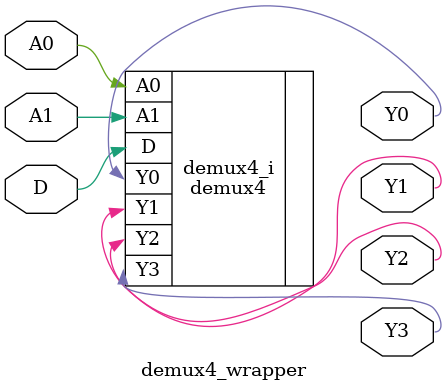
<source format=v>
`timescale 1 ps / 1 ps

module demux4_wrapper
   (A0,
    A1,
    D,
    Y0,
    Y1,
    Y2,
    Y3);
  input A0;
  input A1;
  input D;
  output Y0;
  output Y1;
  output Y2;
  output Y3;

  wire A0;
  wire A1;
  wire D;
  wire Y0;
  wire Y1;
  wire Y2;
  wire Y3;

  demux4 demux4_i
       (.A0(A0),
        .A1(A1),
        .D(D),
        .Y0(Y0),
        .Y1(Y1),
        .Y2(Y2),
        .Y3(Y3));
endmodule

</source>
